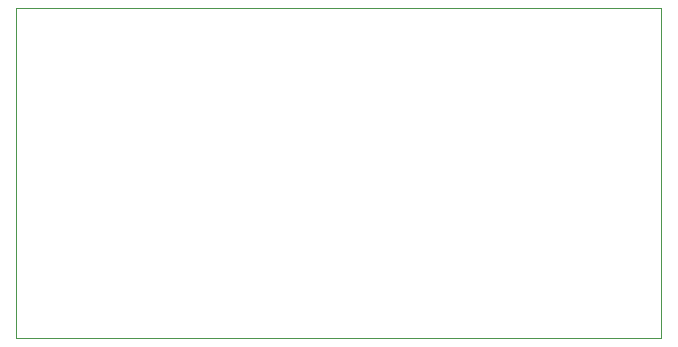
<source format=gm1>
G04 #@! TF.GenerationSoftware,KiCad,Pcbnew,5.1.2-f72e74a~84~ubuntu18.04.1*
G04 #@! TF.CreationDate,2019-06-13T09:44:25+02:00*
G04 #@! TF.ProjectId,ampli_tres_simple,616d706c-695f-4747-9265-735f73696d70,rev?*
G04 #@! TF.SameCoordinates,Original*
G04 #@! TF.FileFunction,Profile,NP*
%FSLAX46Y46*%
G04 Gerber Fmt 4.6, Leading zero omitted, Abs format (unit mm)*
G04 Created by KiCad (PCBNEW 5.1.2-f72e74a~84~ubuntu18.04.1) date 2019-06-13 09:44:25*
%MOMM*%
%LPD*%
G04 APERTURE LIST*
%ADD10C,0.050000*%
G04 APERTURE END LIST*
D10*
X187960000Y-142240000D02*
X187960000Y-114300000D01*
X133350000Y-142240000D02*
X133350000Y-139700000D01*
X187960000Y-142240000D02*
X133350000Y-142240000D01*
X133350000Y-114300000D02*
X187960000Y-114300000D01*
X133350000Y-139700000D02*
X133350000Y-114300000D01*
M02*

</source>
